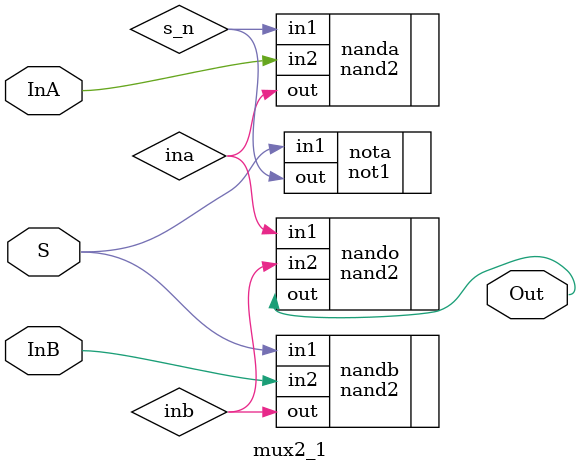
<source format=v>
/*
    CS/ECE 552 Spring '19
    Homework #3, Problem 1

    2-1 mux template
*/
module mux2_1(InA, InB, S, Out);
    input   InA, InB;
    input   S;
    output  Out;

    // YOUR CODE HERE
    // Out = S ? InB : InA;

    wire ina, inb, s_n; //temp signals

    not1 nota(.in1(S),.out(s_n)); //get inverse not signal
    nand2 nanda(.in1(s_n),.in2(InA),.out(ina)); //if select is 0, choose A
    nand2 nandb(.in1(S),.in2(InB),.out(inb)); //if select is 1, choose B
    nand2 nando(.in1(ina),.in2(inb),.out(Out)); //set Out to correct choice

endmodule

</source>
